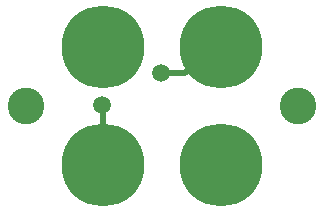
<source format=gbr>
G04 (created by PCBNEW (2013-may-18)-stable) date Вт 27 окт 2015 00:10:55*
%MOIN*%
G04 Gerber Fmt 3.4, Leading zero omitted, Abs format*
%FSLAX34Y34*%
G01*
G70*
G90*
G04 APERTURE LIST*
%ADD10C,0.00393701*%
%ADD11C,0.275591*%
%ADD12C,0.122047*%
%ADD13C,0.0590551*%
%ADD14C,0.019685*%
G04 APERTURE END LIST*
G54D10*
G54D11*
X13501Y-12113D03*
X9564Y-12113D03*
X13501Y-8176D03*
X9564Y-8176D03*
G54D12*
X16060Y-10145D03*
X7005Y-10145D03*
G54D13*
X9547Y-10137D03*
X11515Y-9055D03*
G54D14*
X9564Y-10154D02*
X9564Y-12113D01*
X9547Y-10137D02*
X9564Y-10154D01*
X13181Y-8176D02*
X13501Y-8176D01*
X12303Y-9055D02*
X13181Y-8176D01*
X11515Y-9055D02*
X12303Y-9055D01*
M02*

</source>
